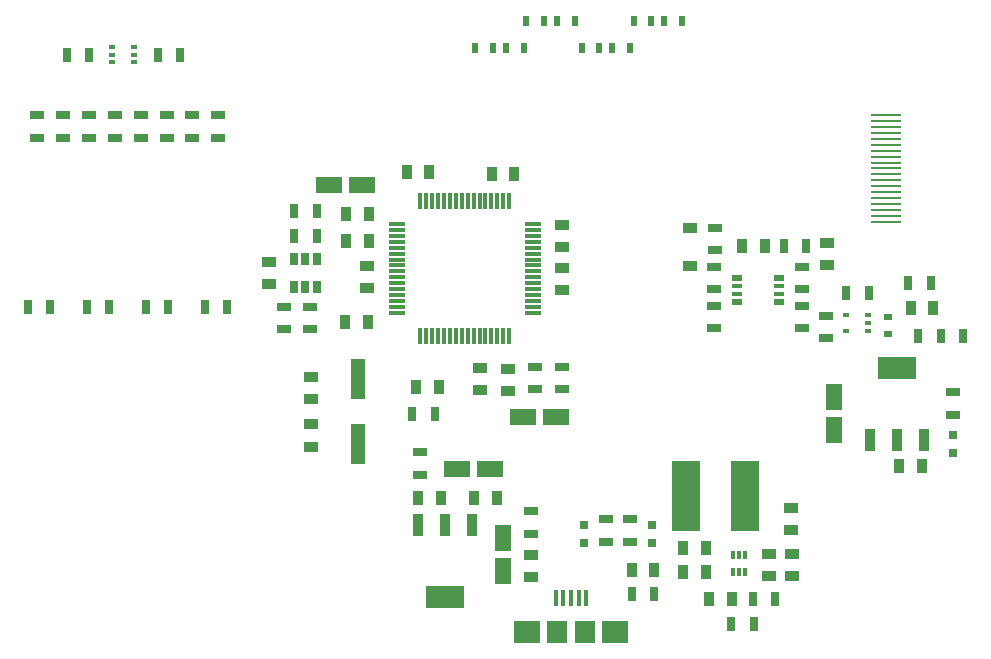
<source format=gtp>
G04*
G04 #@! TF.GenerationSoftware,Altium Limited,Altium Designer,25.2.1 (25)*
G04*
G04 Layer_Color=8421504*
%FSLAX25Y25*%
%MOIN*%
G70*
G04*
G04 #@! TF.SameCoordinates,382838D2-828E-4769-9F82-A9EE904C746A*
G04*
G04*
G04 #@! TF.FilePolarity,Positive*
G04*
G01*
G75*
%ADD16R,0.02362X0.03543*%
%ADD17R,0.05118X0.03543*%
%ADD18R,0.09449X0.23622*%
%ADD19R,0.04724X0.13780*%
%ADD20R,0.03740X0.07480*%
%ADD21R,0.12795X0.07480*%
%ADD22R,0.01181X0.02638*%
%ADD23R,0.02362X0.01654*%
%ADD24R,0.02756X0.03937*%
%ADD25R,0.05807X0.01181*%
%ADD26R,0.01181X0.05807*%
%ADD27R,0.03150X0.02362*%
%ADD28R,0.02756X0.05118*%
%ADD29R,0.05118X0.02756*%
%ADD30R,0.03150X0.03150*%
%ADD31R,0.03150X0.03150*%
%ADD32R,0.10236X0.01102*%
%ADD33R,0.01575X0.05512*%
%ADD34R,0.09055X0.07480*%
%ADD35R,0.07087X0.07480*%
%ADD36R,0.04803X0.03583*%
%ADD37R,0.05315X0.08661*%
%ADD38R,0.03543X0.05118*%
%ADD39R,0.08661X0.05315*%
%ADD40R,0.03347X0.01968*%
%ADD41R,0.03347X0.01575*%
D16*
X217323Y203150D02*
D03*
X223228D02*
D03*
X233465D02*
D03*
X227559D02*
D03*
X234252Y212205D02*
D03*
X240158D02*
D03*
X250394D02*
D03*
X244488D02*
D03*
X252756Y203150D02*
D03*
X258661D02*
D03*
X268898D02*
D03*
X262992D02*
D03*
X270079Y212205D02*
D03*
X275984D02*
D03*
X286221D02*
D03*
X280315D02*
D03*
D17*
X148524Y131949D02*
D03*
Y124469D02*
D03*
X315158Y34606D02*
D03*
Y27126D02*
D03*
X323031Y34606D02*
D03*
Y27126D02*
D03*
X236024Y34213D02*
D03*
Y26732D02*
D03*
X246161Y122500D02*
D03*
Y129980D02*
D03*
Y144153D02*
D03*
Y136673D02*
D03*
X181201Y130571D02*
D03*
Y123091D02*
D03*
X228051Y96319D02*
D03*
Y88839D02*
D03*
X322638Y42480D02*
D03*
Y49961D02*
D03*
X334449Y138150D02*
D03*
Y130669D02*
D03*
X162402Y77756D02*
D03*
Y70276D02*
D03*
Y86024D02*
D03*
Y93504D02*
D03*
X218996Y96516D02*
D03*
Y89035D02*
D03*
D18*
X307283Y53701D02*
D03*
X287598D02*
D03*
D19*
X178150Y71063D02*
D03*
Y92716D02*
D03*
D20*
X348721Y72500D02*
D03*
X357776D02*
D03*
X366831D02*
D03*
X216339Y44153D02*
D03*
X207283D02*
D03*
X198228D02*
D03*
D21*
X357776Y96516D02*
D03*
X207283Y20138D02*
D03*
D22*
X303346Y28346D02*
D03*
X305315D02*
D03*
X307283D02*
D03*
X303346Y34173D02*
D03*
X305315D02*
D03*
X307283D02*
D03*
D23*
X340846Y114035D02*
D03*
Y108917D02*
D03*
X348327Y114035D02*
D03*
Y111476D02*
D03*
Y108917D02*
D03*
X96063Y203504D02*
D03*
Y200945D02*
D03*
Y198386D02*
D03*
X103543Y203504D02*
D03*
Y200945D02*
D03*
Y198386D02*
D03*
D24*
X156890Y123386D02*
D03*
X160630D02*
D03*
X164370D02*
D03*
X156890Y132835D02*
D03*
X160630D02*
D03*
X164370D02*
D03*
D25*
X191189Y114921D02*
D03*
Y116890D02*
D03*
Y118858D02*
D03*
Y120827D02*
D03*
Y122795D02*
D03*
Y124764D02*
D03*
Y126732D02*
D03*
Y128701D02*
D03*
Y130669D02*
D03*
Y132638D02*
D03*
Y134606D02*
D03*
Y136575D02*
D03*
Y138543D02*
D03*
Y140512D02*
D03*
Y142480D02*
D03*
Y144449D02*
D03*
X236370D02*
D03*
Y142480D02*
D03*
Y140512D02*
D03*
Y138543D02*
D03*
Y136575D02*
D03*
Y134606D02*
D03*
Y132638D02*
D03*
Y130669D02*
D03*
Y128701D02*
D03*
Y126732D02*
D03*
Y124764D02*
D03*
Y122795D02*
D03*
Y120827D02*
D03*
Y118858D02*
D03*
Y116890D02*
D03*
Y114921D02*
D03*
D26*
X199016Y152276D02*
D03*
X200984D02*
D03*
X202953D02*
D03*
X204921D02*
D03*
X206890D02*
D03*
X208858D02*
D03*
X210827D02*
D03*
X212795D02*
D03*
X214764D02*
D03*
X216732D02*
D03*
X218701D02*
D03*
X220669D02*
D03*
X222638D02*
D03*
X224606D02*
D03*
X226575D02*
D03*
X228543D02*
D03*
Y107095D02*
D03*
X226575D02*
D03*
X224606D02*
D03*
X222638D02*
D03*
X220669D02*
D03*
X218701D02*
D03*
X216732D02*
D03*
X214764D02*
D03*
X212795D02*
D03*
X210827D02*
D03*
X208858D02*
D03*
X206890D02*
D03*
X204921D02*
D03*
X202953D02*
D03*
X200984D02*
D03*
X199016D02*
D03*
D27*
X355020Y107874D02*
D03*
Y113386D02*
D03*
D28*
X364961Y107244D02*
D03*
X372441D02*
D03*
X372441D02*
D03*
X379921D02*
D03*
X309842Y19449D02*
D03*
X317323D02*
D03*
X302559Y11181D02*
D03*
X310039D02*
D03*
X118898Y200945D02*
D03*
X111417D02*
D03*
X81102D02*
D03*
X88583D02*
D03*
X369094Y124961D02*
D03*
X361614D02*
D03*
X348425Y121653D02*
D03*
X340945D02*
D03*
X327559Y137165D02*
D03*
X320079D02*
D03*
X68110Y116693D02*
D03*
X75590D02*
D03*
X87795D02*
D03*
X95276D02*
D03*
X107480D02*
D03*
X114961D02*
D03*
X127165D02*
D03*
X134646D02*
D03*
X156890Y140551D02*
D03*
X164370D02*
D03*
X164370Y148819D02*
D03*
X156890D02*
D03*
X269488Y21024D02*
D03*
X276969D02*
D03*
X203701Y81201D02*
D03*
X196221D02*
D03*
D29*
X376476Y88346D02*
D03*
Y80866D02*
D03*
X334252Y106457D02*
D03*
Y113937D02*
D03*
X131693Y173189D02*
D03*
Y180669D02*
D03*
X123031Y173189D02*
D03*
Y180669D02*
D03*
X79724Y173189D02*
D03*
Y180669D02*
D03*
X71063Y173189D02*
D03*
Y180669D02*
D03*
X88386Y173189D02*
D03*
Y180669D02*
D03*
X105709Y173189D02*
D03*
Y180669D02*
D03*
X297047Y135787D02*
D03*
Y143268D02*
D03*
X97047Y173189D02*
D03*
Y180669D02*
D03*
X326083Y109803D02*
D03*
Y117283D02*
D03*
Y130276D02*
D03*
Y122795D02*
D03*
X296949Y109803D02*
D03*
Y117283D02*
D03*
Y130276D02*
D03*
Y122795D02*
D03*
X114370Y173189D02*
D03*
Y180669D02*
D03*
X260961Y46024D02*
D03*
Y38543D02*
D03*
X268835Y46024D02*
D03*
Y38543D02*
D03*
X237106Y96909D02*
D03*
Y89429D02*
D03*
X153445Y109409D02*
D03*
Y116890D02*
D03*
X162205Y109409D02*
D03*
Y116890D02*
D03*
X236024Y48779D02*
D03*
Y41299D02*
D03*
X199016Y68465D02*
D03*
Y60984D02*
D03*
X246161Y89429D02*
D03*
Y96909D02*
D03*
D30*
X376476Y74173D02*
D03*
X253480Y38248D02*
D03*
X276315D02*
D03*
D31*
X376476Y68268D02*
D03*
X253480Y44154D02*
D03*
X276315D02*
D03*
D32*
X354291Y180709D02*
D03*
Y178740D02*
D03*
Y176772D02*
D03*
Y174803D02*
D03*
Y172835D02*
D03*
Y170866D02*
D03*
Y168898D02*
D03*
Y166929D02*
D03*
Y164961D02*
D03*
Y162992D02*
D03*
Y161024D02*
D03*
Y159055D02*
D03*
Y157087D02*
D03*
Y155118D02*
D03*
Y153150D02*
D03*
Y151181D02*
D03*
Y149213D02*
D03*
Y147244D02*
D03*
Y145276D02*
D03*
D33*
X244094Y19685D02*
D03*
X246654D02*
D03*
X249213D02*
D03*
X251772D02*
D03*
X254331D02*
D03*
D34*
X234449Y8465D02*
D03*
X263976D02*
D03*
D35*
X244685D02*
D03*
X253740D02*
D03*
D36*
X288976Y143307D02*
D03*
Y130433D02*
D03*
D37*
X336811Y75709D02*
D03*
Y86811D02*
D03*
X226575Y39961D02*
D03*
Y28858D02*
D03*
D38*
X286614Y28504D02*
D03*
X294094D02*
D03*
X286614Y36378D02*
D03*
X294094D02*
D03*
X181791Y147795D02*
D03*
X174311D02*
D03*
X216929Y53307D02*
D03*
X224410D02*
D03*
X181791Y138740D02*
D03*
X174311D02*
D03*
X201870Y161673D02*
D03*
X194390D02*
D03*
X222736Y161279D02*
D03*
X230217D02*
D03*
X181398Y111673D02*
D03*
X173917D02*
D03*
X302756Y19449D02*
D03*
X295276D02*
D03*
X198228Y53307D02*
D03*
X205709D02*
D03*
X366142Y63937D02*
D03*
X358661D02*
D03*
X369882Y116378D02*
D03*
X362402D02*
D03*
X313779Y137165D02*
D03*
X306299D02*
D03*
X269488Y29291D02*
D03*
X276969D02*
D03*
X197638Y90158D02*
D03*
X205118D02*
D03*
D39*
X179665Y157343D02*
D03*
X168563D02*
D03*
X244193Y80177D02*
D03*
X233091D02*
D03*
X211181Y62756D02*
D03*
X222284D02*
D03*
D40*
X304429Y126634D02*
D03*
Y118563D02*
D03*
X318602Y126634D02*
D03*
Y118563D02*
D03*
D41*
X304429Y123878D02*
D03*
Y121319D02*
D03*
X318602Y123878D02*
D03*
Y121319D02*
D03*
M02*

</source>
